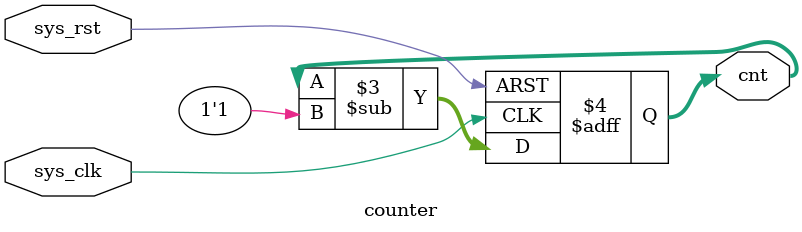
<source format=v>
module counter(sys_clk,sys_rst,cnt);

input   sys_clk;
input sys_rst;

output reg     [11:0] cnt;


always @(posedge sys_clk, negedge sys_rst) begin
    if(~sys_rst) begin
        cnt <= 12'hFFF;
    end else begin
        cnt <= cnt - 1'b1;
    end
end


endmodule
</source>
